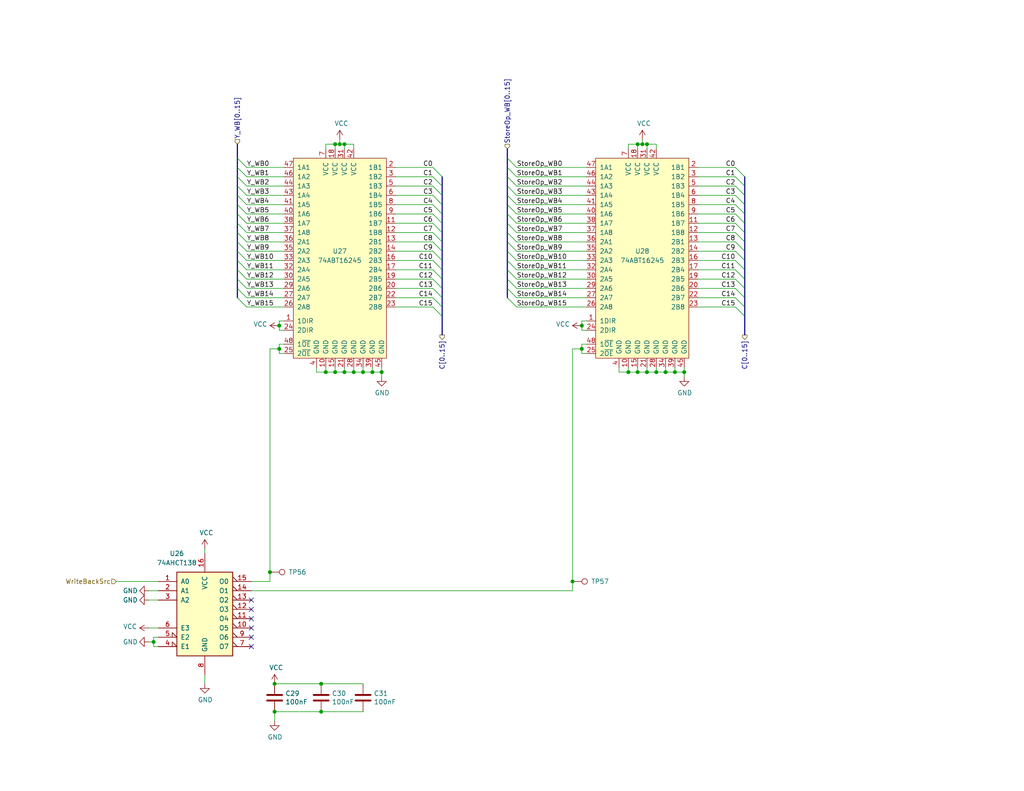
<source format=kicad_sch>
(kicad_sch (version 20230121) (generator eeschema)
  (paper "USLetter")
  (title_block (title "WB: Select Write Back Source") (date "2023-11-05") (rev "B") (comment 2 "or a byte swapped version of the latter.") (comment 3 "It can choose either the ALU result, the store operand / value loaded from peripherals,") (comment 4 "The write back stage can select one of several values to write back to the register file."))
  (lib_symbols
    (symbol "74xx (kicad5):74ABT16245_ab" (pin_names (offset 1.016))
      (property "Reference" "U" (at 0 1.27 0))
      (property "Value" "74ABT16245_ab" (at 0 -1.27 0))
      (symbol "74ABT16245_ab_0_1"
        (rectangle (start -12.7 26.67) (end 12.7 -27.94) (fill (type background)))
      )
      (symbol "74ABT16245_ab_1_1"
        (pin input line (at -15.24 -17.78 0) (length 2.54) (name "1DIR") (number "1"))
        (pin power_in line (at -3.81 -30.48 90) (length 2.54) (name "GND") (number "10"))
        (pin tri_state line (at 15.24 8.89 180) (length 2.54) (name "1B7") (number "11"))
        (pin tri_state line (at 15.24 6.35 180) (length 2.54) (name "1B8") (number "12"))
        (pin tri_state line (at 15.24 3.81 180) (length 2.54) (name "2B1") (number "13"))
        (pin tri_state line (at 15.24 1.27 180) (length 2.54) (name "2B2") (number "14"))
        (pin power_in line (at -1.27 -30.48 90) (length 2.54) (name "GND") (number "15"))
        (pin tri_state line (at 15.24 -1.27 180) (length 2.54) (name "2B3") (number "16"))
        (pin tri_state line (at 15.24 -3.81 180) (length 2.54) (name "2B4") (number "17"))
        (pin power_in line (at -1.27 29.21 270) (length 2.54) (name "VCC") (number "18"))
        (pin tri_state line (at 15.24 -6.35 180) (length 2.54) (name "2B5") (number "19"))
        (pin tri_state line (at 15.24 24.13 180) (length 2.54) (name "1B1") (number "2"))
        (pin tri_state line (at 15.24 -8.89 180) (length 2.54) (name "2B6") (number "20"))
        (pin power_in line (at 1.27 -30.48 90) (length 2.54) (name "GND") (number "21"))
        (pin tri_state line (at 15.24 -11.43 180) (length 2.54) (name "2B7") (number "22"))
        (pin tri_state line (at 15.24 -13.97 180) (length 2.54) (name "2B8") (number "23"))
        (pin input line (at -15.24 -20.32 0) (length 2.54) (name "2DIR") (number "24"))
        (pin input line (at -15.24 -26.67 0) (length 2.54) (name "2~{OE}") (number "25"))
        (pin input line (at -15.24 -13.97 0) (length 2.54) (name "2A8") (number "26"))
        (pin input line (at -15.24 -11.43 0) (length 2.54) (name "2A7") (number "27"))
        (pin power_in line (at 3.81 -30.48 90) (length 2.54) (name "GND") (number "28"))
        (pin input line (at -15.24 -8.89 0) (length 2.54) (name "2A6") (number "29"))
        (pin tri_state line (at 15.24 21.59 180) (length 2.54) (name "1B2") (number "3"))
        (pin input line (at -15.24 -6.35 0) (length 2.54) (name "2A5") (number "30"))
        (pin power_in line (at 1.27 29.21 270) (length 2.54) (name "VCC") (number "31"))
        (pin input line (at -15.24 -3.81 0) (length 2.54) (name "2A4") (number "32"))
        (pin input line (at -15.24 -1.27 0) (length 2.54) (name "2A3") (number "33"))
        (pin power_in line (at 6.35 -30.48 90) (length 2.54) (name "GND") (number "34"))
        (pin input line (at -15.24 1.27 0) (length 2.54) (name "2A2") (number "35"))
        (pin input line (at -15.24 3.81 0) (length 2.54) (name "2A1") (number "36"))
        (pin input line (at -15.24 6.35 0) (length 2.54) (name "1A8") (number "37"))
        (pin input line (at -15.24 8.89 0) (length 2.54) (name "1A7") (number "38"))
        (pin power_in line (at 8.89 -30.48 90) (length 2.54) (name "GND") (number "39"))
        (pin power_in line (at -6.35 -30.48 90) (length 2.54) (name "GND") (number "4"))
        (pin input line (at -15.24 11.43 0) (length 2.54) (name "1A6") (number "40"))
        (pin input line (at -15.24 13.97 0) (length 2.54) (name "1A5") (number "41"))
        (pin power_in line (at 3.81 29.21 270) (length 2.54) (name "VCC") (number "42"))
        (pin input line (at -15.24 16.51 0) (length 2.54) (name "1A4") (number "43"))
        (pin input line (at -15.24 19.05 0) (length 2.54) (name "1A3") (number "44"))
        (pin power_in line (at 11.43 -30.48 90) (length 2.54) (name "GND") (number "45"))
        (pin input line (at -15.24 21.59 0) (length 2.54) (name "1A2") (number "46"))
        (pin input line (at -15.24 24.13 0) (length 2.54) (name "1A1") (number "47"))
        (pin input line (at -15.24 -24.13 0) (length 2.54) (name "1~{OE}") (number "48"))
        (pin tri_state line (at 15.24 19.05 180) (length 2.54) (name "1B3") (number "5"))
        (pin tri_state line (at 15.24 16.51 180) (length 2.54) (name "1B4") (number "6"))
        (pin power_in line (at -3.81 29.21 270) (length 2.54) (name "VCC") (number "7"))
        (pin tri_state line (at 15.24 13.97 180) (length 2.54) (name "1B5") (number "8"))
        (pin tri_state line (at 15.24 11.43 180) (length 2.54) (name "1B6") (number "9"))
      )
    )
    (symbol "74xx:74LS138" (pin_names (offset 1.016))
      (property "Reference" "U" (at -7.62 11.43 0))
      (property "Value" "74LS138" (at -7.62 -13.97 0))
      (symbol "74LS138_1_0"
        (pin input line (at -12.7 7.62 0) (length 5.08) (name "A0") (number "1"))
        (pin output output_low (at 12.7 -5.08 180) (length 5.08) (name "O5") (number "10"))
        (pin output output_low (at 12.7 -2.54 180) (length 5.08) (name "O4") (number "11"))
        (pin output output_low (at 12.7 0 180) (length 5.08) (name "O3") (number "12"))
        (pin output output_low (at 12.7 2.54 180) (length 5.08) (name "O2") (number "13"))
        (pin output output_low (at 12.7 5.08 180) (length 5.08) (name "O1") (number "14"))
        (pin output output_low (at 12.7 7.62 180) (length 5.08) (name "O0") (number "15"))
        (pin power_in line (at 0 15.24 270) (length 5.08) (name "VCC") (number "16"))
        (pin input line (at -12.7 5.08 0) (length 5.08) (name "A1") (number "2"))
        (pin input line (at -12.7 2.54 0) (length 5.08) (name "A2") (number "3"))
        (pin input input_low (at -12.7 -10.16 0) (length 5.08) (name "E1") (number "4"))
        (pin input input_low (at -12.7 -7.62 0) (length 5.08) (name "E2") (number "5"))
        (pin input line (at -12.7 -5.08 0) (length 5.08) (name "E3") (number "6"))
        (pin output output_low (at 12.7 -10.16 180) (length 5.08) (name "O7") (number "7"))
        (pin power_in line (at 0 -17.78 90) (length 5.08) (name "GND") (number "8"))
        (pin output output_low (at 12.7 -7.62 180) (length 5.08) (name "O6") (number "9"))
      )
      (symbol "74LS138_1_1"
        (rectangle (start -7.62 10.16) (end 7.62 -12.7) (stroke (width 0.254)) (fill (type background)))
      )
    )
    (symbol "Connector:TestPoint" (pin_numbers hide) (pin_names (offset 0.762) hide)
      (property "Reference" "TP" (at 0 6.858 0))
      (property "Value" "TestPoint" (at 0 5.08 0))
      (symbol "TestPoint_0_1"
        (circle (center 0 3.302) (radius 0.762))
      )
      (symbol "TestPoint_1_1"
        (pin passive line (at 0 0 90) (length 2.54) (name "1") (number "1"))
      )
    )
    (symbol "Device:C" (pin_numbers hide) (pin_names (offset 0.254))
      (property "Reference" "C" (at 0.635 2.54 0))
      (property "Value" "C" (at 0.635 -2.54 0))
      (symbol "C_0_1"
        (polyline (pts (xy -2.032 -0.762) (xy 2.032 -0.762)) (stroke (width 0.508)))
        (polyline (pts (xy -2.032 0.762) (xy 2.032 0.762)) (stroke (width 0.508)))
      )
      (symbol "C_1_1"
        (pin passive line (at 0 3.81 270) (length 2.794) (name "~") (number "1"))
        (pin passive line (at 0 -3.81 90) (length 2.794) (name "~") (number "2"))
      )
    )
    (symbol "power:GND" (power) (pin_names (offset 0))
      (property "Value" "GND" (at 0 -3.81 0))
      (symbol "GND_0_1"
        (polyline (pts (xy 0 0) (xy 0 -1.27) (xy 1.27 -1.27) (xy 0 -2.54) (xy -1.27 -1.27) (xy 0 -1.27)))
      )
      (symbol "GND_1_1"
        (pin power_in line (at 0 0 270) (length 0) hide (name "GND") (number "1"))
      )
    )
    (symbol "power:VCC" (power) (pin_names (offset 0))
      (property "Value" "VCC" (at 0 3.81 0))
      (symbol "VCC_0_1"
        (polyline (pts (xy -0.762 1.27) (xy 0 2.54)))
        (polyline (pts (xy 0 0) (xy 0 2.54)))
        (polyline (pts (xy 0 2.54) (xy 0.762 1.27)))
      )
      (symbol "VCC_1_1"
        (pin power_in line (at 0 0 90) (length 0) hide (name "VCC") (number "1"))
      )
    )
  )
  (junction (at 74.93 186.69))
  (junction (at 186.69 101.6))
  (junction (at 171.45 101.6))
  (junction (at 74.93 194.31))
  (junction (at 176.53 39.37))
  (junction (at 96.52 101.6))
  (junction (at 87.63 194.31))
  (junction (at 181.61 101.6))
  (junction (at 158.75 95.25))
  (junction (at 104.14 101.6))
  (junction (at 93.98 39.37))
  (junction (at 156.21 158.75))
  (junction (at 92.71 39.37))
  (junction (at 73.66 156.21))
  (junction (at 76.2 95.25))
  (junction (at 93.98 101.6))
  (junction (at 88.9 101.6))
  (junction (at 101.6 101.6))
  (junction (at 184.15 101.6))
  (junction (at 91.44 39.37))
  (junction (at 41.91 175.26))
  (junction (at 91.44 101.6))
  (junction (at 87.63 186.69))
  (junction (at 179.07 101.6))
  (junction (at 173.99 101.6))
  (junction (at 76.2 88.9))
  (junction (at 176.53 101.6))
  (junction (at 175.26 39.37))
  (junction (at 99.06 101.6))
  (junction (at 173.99 39.37))
  (junction (at 158.75 88.9))
  (no_connect (at 68.58 166.37))
  (no_connect (at 68.58 176.53))
  (no_connect (at 68.58 171.45))
  (no_connect (at 68.58 168.91))
  (no_connect (at 68.58 163.83))
  (no_connect (at 68.58 173.99))
  (bus_entry (at 120.65 78.74) (size -2.54 -2.54))
  (bus_entry (at 203.2 50.8) (size -2.54 -2.54))
  (bus_entry (at 120.65 83.82) (size -2.54 -2.54))
  (bus_entry (at 140.97 78.74) (size -2.54 -2.54))
  (bus_entry (at 120.65 68.58) (size -2.54 -2.54))
  (bus_entry (at 140.97 55.88) (size -2.54 -2.54))
  (bus_entry (at 64.77 81.28) (size 2.54 2.54))
  (bus_entry (at 140.97 81.28) (size -2.54 -2.54))
  (bus_entry (at 140.97 63.5) (size -2.54 -2.54))
  (bus_entry (at 203.2 66.04) (size -2.54 -2.54))
  (bus_entry (at 203.2 48.26) (size -2.54 -2.54))
  (bus_entry (at 203.2 63.5) (size -2.54 -2.54))
  (bus_entry (at 203.2 73.66) (size -2.54 -2.54))
  (bus_entry (at 120.65 48.26) (size -2.54 -2.54))
  (bus_entry (at 140.97 58.42) (size -2.54 -2.54))
  (bus_entry (at 140.97 50.8) (size -2.54 -2.54))
  (bus_entry (at 64.77 73.66) (size 2.54 2.54))
  (bus_entry (at 120.65 73.66) (size -2.54 -2.54))
  (bus_entry (at 140.97 68.58) (size -2.54 -2.54))
  (bus_entry (at 140.97 45.72) (size -2.54 -2.54))
  (bus_entry (at 140.97 48.26) (size -2.54 -2.54))
  (bus_entry (at 140.97 60.96) (size -2.54 -2.54))
  (bus_entry (at 120.65 86.36) (size -2.54 -2.54))
  (bus_entry (at 140.97 73.66) (size -2.54 -2.54))
  (bus_entry (at 120.65 58.42) (size -2.54 -2.54))
  (bus_entry (at 64.77 63.5) (size 2.54 2.54))
  (bus_entry (at 64.77 76.2) (size 2.54 2.54))
  (bus_entry (at 140.97 76.2) (size -2.54 -2.54))
  (bus_entry (at 120.65 66.04) (size -2.54 -2.54))
  (bus_entry (at 203.2 81.28) (size -2.54 -2.54))
  (bus_entry (at 203.2 71.12) (size -2.54 -2.54))
  (bus_entry (at 64.77 45.72) (size 2.54 2.54))
  (bus_entry (at 203.2 68.58) (size -2.54 -2.54))
  (bus_entry (at 64.77 66.04) (size 2.54 2.54))
  (bus_entry (at 120.65 81.28) (size -2.54 -2.54))
  (bus_entry (at 203.2 78.74) (size -2.54 -2.54))
  (bus_entry (at 203.2 86.36) (size -2.54 -2.54))
  (bus_entry (at 120.65 76.2) (size -2.54 -2.54))
  (bus_entry (at 64.77 78.74) (size 2.54 2.54))
  (bus_entry (at 120.65 71.12) (size -2.54 -2.54))
  (bus_entry (at 203.2 58.42) (size -2.54 -2.54))
  (bus_entry (at 64.77 68.58) (size 2.54 2.54))
  (bus_entry (at 140.97 53.34) (size -2.54 -2.54))
  (bus_entry (at 203.2 60.96) (size -2.54 -2.54))
  (bus_entry (at 140.97 71.12) (size -2.54 -2.54))
  (bus_entry (at 140.97 66.04) (size -2.54 -2.54))
  (bus_entry (at 64.77 43.18) (size 2.54 2.54))
  (bus_entry (at 203.2 53.34) (size -2.54 -2.54))
  (bus_entry (at 64.77 60.96) (size 2.54 2.54))
  (bus_entry (at 120.65 53.34) (size -2.54 -2.54))
  (bus_entry (at 64.77 50.8) (size 2.54 2.54))
  (bus_entry (at 203.2 55.88) (size -2.54 -2.54))
  (bus_entry (at 203.2 76.2) (size -2.54 -2.54))
  (bus_entry (at 120.65 55.88) (size -2.54 -2.54))
  (bus_entry (at 64.77 71.12) (size 2.54 2.54))
  (bus_entry (at 120.65 50.8) (size -2.54 -2.54))
  (bus_entry (at 120.65 60.96) (size -2.54 -2.54))
  (bus_entry (at 64.77 55.88) (size 2.54 2.54))
  (bus_entry (at 120.65 63.5) (size -2.54 -2.54))
  (bus_entry (at 64.77 48.26) (size 2.54 2.54))
  (bus_entry (at 64.77 58.42) (size 2.54 2.54))
  (bus_entry (at 140.97 83.82) (size -2.54 -2.54))
  (bus_entry (at 203.2 83.82) (size -2.54 -2.54))
  (bus_entry (at 64.77 53.34) (size 2.54 2.54))
  (wire (pts (xy 76.2 95.25) (xy 73.66 95.25)))
  (wire (pts (xy 68.58 161.29) (xy 156.21 161.29)))
  (wire (pts (xy 140.97 48.26) (xy 160.02 48.26)))
  (wire (pts (xy 99.06 101.6) (xy 99.06 100.33)))
  (wire (pts (xy 140.97 53.34) (xy 160.02 53.34)))
  (bus (pts (xy 120.65 83.82) (xy 120.65 86.36)))
  (wire (pts (xy 140.97 73.66) (xy 160.02 73.66)))
  (bus (pts (xy 64.77 43.18) (xy 64.77 45.72)))
  (bus (pts (xy 64.77 63.5) (xy 64.77 66.04)))
  (bus (pts (xy 138.43 63.5) (xy 138.43 66.04)))
  (wire (pts (xy 91.44 101.6) (xy 93.98 101.6)))
  (wire (pts (xy 158.75 93.98) (xy 158.75 95.25)))
  (wire (pts (xy 41.91 175.26) (xy 41.91 176.53)))
  (bus (pts (xy 203.2 86.36) (xy 203.2 91.44)))
  (wire (pts (xy 171.45 39.37) (xy 173.99 39.37)))
  (wire (pts (xy 175.26 39.37) (xy 176.53 39.37)))
  (wire (pts (xy 118.11 60.96) (xy 107.95 60.96)))
  (wire (pts (xy 200.66 60.96) (xy 190.5 60.96)))
  (wire (pts (xy 200.66 66.04) (xy 190.5 66.04)))
  (wire (pts (xy 67.31 76.2) (xy 77.47 76.2)))
  (wire (pts (xy 200.66 68.58) (xy 190.5 68.58)))
  (bus (pts (xy 120.65 48.26) (xy 120.65 50.8)))
  (wire (pts (xy 67.31 81.28) (xy 77.47 81.28)))
  (wire (pts (xy 74.93 196.85) (xy 74.93 194.31)))
  (wire (pts (xy 101.6 101.6) (xy 104.14 101.6)))
  (wire (pts (xy 67.31 83.82) (xy 77.47 83.82)))
  (bus (pts (xy 203.2 53.34) (xy 203.2 55.88)))
  (wire (pts (xy 156.21 95.25) (xy 156.21 158.75)))
  (wire (pts (xy 160.02 93.98) (xy 158.75 93.98)))
  (bus (pts (xy 138.43 45.72) (xy 138.43 48.26)))
  (wire (pts (xy 118.11 58.42) (xy 107.95 58.42)))
  (wire (pts (xy 140.97 76.2) (xy 160.02 76.2)))
  (wire (pts (xy 200.66 45.72) (xy 190.5 45.72)))
  (wire (pts (xy 67.31 48.26) (xy 77.47 48.26)))
  (bus (pts (xy 138.43 78.74) (xy 138.43 81.28)))
  (bus (pts (xy 203.2 48.26) (xy 203.2 50.8)))
  (wire (pts (xy 55.88 149.86) (xy 55.88 151.13)))
  (wire (pts (xy 158.75 90.17) (xy 160.02 90.17)))
  (bus (pts (xy 64.77 50.8) (xy 64.77 53.34)))
  (wire (pts (xy 118.11 71.12) (xy 107.95 71.12)))
  (wire (pts (xy 99.06 101.6) (xy 101.6 101.6)))
  (wire (pts (xy 140.97 68.58) (xy 160.02 68.58)))
  (bus (pts (xy 64.77 78.74) (xy 64.77 81.28)))
  (wire (pts (xy 158.75 88.9) (xy 158.75 90.17)))
  (bus (pts (xy 203.2 78.74) (xy 203.2 81.28)))
  (wire (pts (xy 88.9 101.6) (xy 91.44 101.6)))
  (wire (pts (xy 67.31 66.04) (xy 77.47 66.04)))
  (wire (pts (xy 88.9 39.37) (xy 91.44 39.37)))
  (wire (pts (xy 41.91 173.99) (xy 41.91 175.26)))
  (wire (pts (xy 118.11 66.04) (xy 107.95 66.04)))
  (wire (pts (xy 101.6 101.6) (xy 101.6 100.33)))
  (wire (pts (xy 184.15 101.6) (xy 184.15 100.33)))
  (wire (pts (xy 67.31 73.66) (xy 77.47 73.66)))
  (wire (pts (xy 179.07 101.6) (xy 179.07 100.33)))
  (wire (pts (xy 158.75 95.25) (xy 156.21 95.25)))
  (bus (pts (xy 120.65 86.36) (xy 120.65 91.44)))
  (bus (pts (xy 138.43 66.04) (xy 138.43 68.58)))
  (wire (pts (xy 176.53 40.64) (xy 176.53 39.37)))
  (wire (pts (xy 91.44 39.37) (xy 92.71 39.37)))
  (bus (pts (xy 120.65 53.34) (xy 120.65 55.88)))
  (wire (pts (xy 74.93 186.69) (xy 87.63 186.69)))
  (wire (pts (xy 91.44 40.64) (xy 91.44 39.37)))
  (bus (pts (xy 203.2 60.96) (xy 203.2 63.5)))
  (wire (pts (xy 87.63 186.69) (xy 99.06 186.69)))
  (bus (pts (xy 64.77 66.04) (xy 64.77 68.58)))
  (wire (pts (xy 118.11 63.5) (xy 107.95 63.5)))
  (bus (pts (xy 203.2 68.58) (xy 203.2 71.12)))
  (wire (pts (xy 140.97 50.8) (xy 160.02 50.8)))
  (bus (pts (xy 120.65 81.28) (xy 120.65 83.82)))
  (wire (pts (xy 118.11 81.28) (xy 107.95 81.28)))
  (bus (pts (xy 203.2 55.88) (xy 203.2 58.42)))
  (bus (pts (xy 138.43 60.96) (xy 138.43 63.5)))
  (wire (pts (xy 173.99 40.64) (xy 173.99 39.37)))
  (wire (pts (xy 67.31 78.74) (xy 77.47 78.74)))
  (bus (pts (xy 120.65 73.66) (xy 120.65 76.2)))
  (bus (pts (xy 64.77 73.66) (xy 64.77 76.2)))
  (wire (pts (xy 179.07 39.37) (xy 179.07 40.64)))
  (wire (pts (xy 186.69 101.6) (xy 186.69 100.33)))
  (wire (pts (xy 67.31 63.5) (xy 77.47 63.5)))
  (wire (pts (xy 200.66 81.28) (xy 190.5 81.28)))
  (bus (pts (xy 203.2 81.28) (xy 203.2 83.82)))
  (wire (pts (xy 118.11 68.58) (xy 107.95 68.58)))
  (bus (pts (xy 138.43 53.34) (xy 138.43 55.88)))
  (wire (pts (xy 200.66 63.5) (xy 190.5 63.5)))
  (wire (pts (xy 200.66 48.26) (xy 190.5 48.26)))
  (wire (pts (xy 175.26 38.1) (xy 175.26 39.37)))
  (wire (pts (xy 67.31 50.8) (xy 77.47 50.8)))
  (bus (pts (xy 203.2 50.8) (xy 203.2 53.34)))
  (wire (pts (xy 200.66 53.34) (xy 190.5 53.34)))
  (wire (pts (xy 40.64 171.45) (xy 43.18 171.45)))
  (wire (pts (xy 73.66 156.21) (xy 73.66 158.75)))
  (wire (pts (xy 73.66 158.75) (xy 68.58 158.75)))
  (wire (pts (xy 140.97 71.12) (xy 160.02 71.12)))
  (wire (pts (xy 88.9 100.33) (xy 88.9 101.6)))
  (wire (pts (xy 181.61 101.6) (xy 181.61 100.33)))
  (bus (pts (xy 120.65 71.12) (xy 120.65 73.66)))
  (wire (pts (xy 40.64 161.29) (xy 43.18 161.29)))
  (wire (pts (xy 140.97 81.28) (xy 160.02 81.28)))
  (wire (pts (xy 140.97 60.96) (xy 160.02 60.96)))
  (wire (pts (xy 88.9 40.64) (xy 88.9 39.37)))
  (wire (pts (xy 41.91 176.53) (xy 43.18 176.53)))
  (wire (pts (xy 86.36 101.6) (xy 88.9 101.6)))
  (bus (pts (xy 120.65 55.88) (xy 120.65 58.42)))
  (wire (pts (xy 140.97 58.42) (xy 160.02 58.42)))
  (bus (pts (xy 138.43 43.18) (xy 138.43 45.72)))
  (bus (pts (xy 138.43 55.88) (xy 138.43 58.42)))
  (wire (pts (xy 118.11 50.8) (xy 107.95 50.8)))
  (bus (pts (xy 203.2 71.12) (xy 203.2 73.66)))
  (wire (pts (xy 76.2 90.17) (xy 77.47 90.17)))
  (wire (pts (xy 76.2 96.52) (xy 77.47 96.52)))
  (wire (pts (xy 77.47 87.63) (xy 76.2 87.63)))
  (wire (pts (xy 93.98 40.64) (xy 93.98 39.37)))
  (wire (pts (xy 171.45 100.33) (xy 171.45 101.6)))
  (wire (pts (xy 87.63 194.31) (xy 99.06 194.31)))
  (wire (pts (xy 156.21 158.75) (xy 156.21 161.29)))
  (wire (pts (xy 118.11 83.82) (xy 107.95 83.82)))
  (wire (pts (xy 118.11 55.88) (xy 107.95 55.88)))
  (wire (pts (xy 92.71 39.37) (xy 93.98 39.37)))
  (wire (pts (xy 43.18 173.99) (xy 41.91 173.99)))
  (wire (pts (xy 173.99 101.6) (xy 176.53 101.6)))
  (bus (pts (xy 120.65 63.5) (xy 120.65 66.04)))
  (bus (pts (xy 64.77 76.2) (xy 64.77 78.74)))
  (wire (pts (xy 73.66 95.25) (xy 73.66 156.21)))
  (wire (pts (xy 171.45 101.6) (xy 173.99 101.6)))
  (bus (pts (xy 203.2 76.2) (xy 203.2 78.74)))
  (bus (pts (xy 138.43 68.58) (xy 138.43 71.12)))
  (wire (pts (xy 200.66 55.88) (xy 190.5 55.88)))
  (wire (pts (xy 200.66 78.74) (xy 190.5 78.74)))
  (bus (pts (xy 203.2 58.42) (xy 203.2 60.96)))
  (wire (pts (xy 168.91 101.6) (xy 171.45 101.6)))
  (wire (pts (xy 140.97 83.82) (xy 160.02 83.82)))
  (wire (pts (xy 160.02 87.63) (xy 158.75 87.63)))
  (bus (pts (xy 120.65 78.74) (xy 120.65 81.28)))
  (wire (pts (xy 76.2 87.63) (xy 76.2 88.9)))
  (wire (pts (xy 92.71 38.1) (xy 92.71 39.37)))
  (bus (pts (xy 120.65 50.8) (xy 120.65 53.34)))
  (wire (pts (xy 76.2 95.25) (xy 76.2 96.52)))
  (bus (pts (xy 138.43 71.12) (xy 138.43 73.66)))
  (wire (pts (xy 86.36 100.33) (xy 86.36 101.6)))
  (wire (pts (xy 77.47 93.98) (xy 76.2 93.98)))
  (wire (pts (xy 200.66 83.82) (xy 190.5 83.82)))
  (wire (pts (xy 200.66 73.66) (xy 190.5 73.66)))
  (wire (pts (xy 76.2 93.98) (xy 76.2 95.25)))
  (bus (pts (xy 203.2 63.5) (xy 203.2 66.04)))
  (wire (pts (xy 140.97 45.72) (xy 160.02 45.72)))
  (bus (pts (xy 138.43 73.66) (xy 138.43 76.2)))
  (wire (pts (xy 168.91 100.33) (xy 168.91 101.6)))
  (bus (pts (xy 203.2 83.82) (xy 203.2 86.36)))
  (wire (pts (xy 91.44 100.33) (xy 91.44 101.6)))
  (wire (pts (xy 40.64 163.83) (xy 43.18 163.83)))
  (wire (pts (xy 93.98 101.6) (xy 93.98 100.33)))
  (wire (pts (xy 118.11 53.34) (xy 107.95 53.34)))
  (bus (pts (xy 138.43 76.2) (xy 138.43 78.74)))
  (wire (pts (xy 181.61 101.6) (xy 179.07 101.6)))
  (bus (pts (xy 138.43 40.64) (xy 138.43 43.18)))
  (wire (pts (xy 200.66 76.2) (xy 190.5 76.2)))
  (wire (pts (xy 96.52 101.6) (xy 96.52 100.33)))
  (wire (pts (xy 200.66 58.42) (xy 190.5 58.42)))
  (bus (pts (xy 138.43 48.26) (xy 138.43 50.8)))
  (bus (pts (xy 120.65 60.96) (xy 120.65 63.5)))
  (bus (pts (xy 64.77 60.96) (xy 64.77 63.5)))
  (bus (pts (xy 64.77 53.34) (xy 64.77 55.88)))
  (wire (pts (xy 118.11 45.72) (xy 107.95 45.72)))
  (bus (pts (xy 138.43 50.8) (xy 138.43 53.34)))
  (wire (pts (xy 200.66 71.12) (xy 190.5 71.12)))
  (bus (pts (xy 64.77 39.37) (xy 64.77 43.18)))
  (bus (pts (xy 64.77 55.88) (xy 64.77 58.42)))
  (wire (pts (xy 118.11 76.2) (xy 107.95 76.2)))
  (wire (pts (xy 77.47 45.72) (xy 67.31 45.72)))
  (wire (pts (xy 176.53 39.37) (xy 179.07 39.37)))
  (wire (pts (xy 67.31 55.88) (xy 77.47 55.88)))
  (wire (pts (xy 184.15 101.6) (xy 186.69 101.6)))
  (wire (pts (xy 179.07 101.6) (xy 176.53 101.6)))
  (wire (pts (xy 158.75 95.25) (xy 158.75 96.52)))
  (wire (pts (xy 104.14 101.6) (xy 104.14 100.33)))
  (wire (pts (xy 74.93 194.31) (xy 87.63 194.31)))
  (wire (pts (xy 104.14 102.87) (xy 104.14 101.6)))
  (bus (pts (xy 203.2 73.66) (xy 203.2 76.2)))
  (wire (pts (xy 67.31 60.96) (xy 77.47 60.96)))
  (wire (pts (xy 186.69 102.87) (xy 186.69 101.6)))
  (wire (pts (xy 140.97 55.88) (xy 160.02 55.88)))
  (wire (pts (xy 176.53 101.6) (xy 176.53 100.33)))
  (wire (pts (xy 140.97 78.74) (xy 160.02 78.74)))
  (wire (pts (xy 67.31 71.12) (xy 77.47 71.12)))
  (wire (pts (xy 181.61 101.6) (xy 184.15 101.6)))
  (bus (pts (xy 64.77 48.26) (xy 64.77 50.8)))
  (bus (pts (xy 120.65 66.04) (xy 120.65 68.58)))
  (wire (pts (xy 67.31 53.34) (xy 77.47 53.34)))
  (wire (pts (xy 67.31 58.42) (xy 77.47 58.42)))
  (bus (pts (xy 138.43 58.42) (xy 138.43 60.96)))
  (wire (pts (xy 158.75 87.63) (xy 158.75 88.9)))
  (wire (pts (xy 99.06 101.6) (xy 96.52 101.6)))
  (wire (pts (xy 76.2 88.9) (xy 76.2 90.17)))
  (bus (pts (xy 120.65 58.42) (xy 120.65 60.96)))
  (bus (pts (xy 64.77 71.12) (xy 64.77 73.66)))
  (wire (pts (xy 118.11 78.74) (xy 107.95 78.74)))
  (wire (pts (xy 118.11 73.66) (xy 107.95 73.66)))
  (wire (pts (xy 118.11 48.26) (xy 107.95 48.26)))
  (bus (pts (xy 64.77 45.72) (xy 64.77 48.26)))
  (wire (pts (xy 93.98 39.37) (xy 96.52 39.37)))
  (wire (pts (xy 173.99 100.33) (xy 173.99 101.6)))
  (wire (pts (xy 31.75 158.75) (xy 43.18 158.75)))
  (wire (pts (xy 40.64 175.26) (xy 41.91 175.26)))
  (bus (pts (xy 64.77 58.42) (xy 64.77 60.96)))
  (wire (pts (xy 158.75 96.52) (xy 160.02 96.52)))
  (wire (pts (xy 55.88 184.15) (xy 55.88 186.69)))
  (wire (pts (xy 96.52 39.37) (xy 96.52 40.64)))
  (wire (pts (xy 173.99 39.37) (xy 175.26 39.37)))
  (wire (pts (xy 200.66 50.8) (xy 190.5 50.8)))
  (wire (pts (xy 67.31 68.58) (xy 77.47 68.58)))
  (wire (pts (xy 140.97 66.04) (xy 160.02 66.04)))
  (wire (pts (xy 96.52 101.6) (xy 93.98 101.6)))
  (bus (pts (xy 120.65 68.58) (xy 120.65 71.12)))
  (bus (pts (xy 120.65 76.2) (xy 120.65 78.74)))
  (bus (pts (xy 203.2 66.04) (xy 203.2 68.58)))
  (bus (pts (xy 64.77 68.58) (xy 64.77 71.12)))
  (wire (pts (xy 171.45 40.64) (xy 171.45 39.37)))
  (wire (pts (xy 140.97 63.5) (xy 160.02 63.5)))
  (label "Y_WB15" (at 67.31 83.82 0))
  (label "C4" (at 118.11 55.88 180))
  (label "StoreOp_WB11" (at 140.97 73.66 0))
  (label "Y_WB5" (at 67.31 58.42 0))
  (label "Y_WB9" (at 67.31 68.58 0))
  (label "C2" (at 200.66 50.8 180))
  (label "StoreOp_WB12" (at 140.97 76.2 0))
  (label "Y_WB1" (at 67.31 48.26 0))
  (label "Y_WB11" (at 67.31 73.66 0))
  (label "Y_WB3" (at 67.31 53.34 0))
  (label "StoreOp_WB9" (at 140.97 68.58 0))
  (label "C6" (at 118.11 60.96 180))
  (label "Y_WB12" (at 67.31 76.2 0))
  (label "C13" (at 200.66 78.74 180))
  (label "Y_WB2" (at 67.31 50.8 0))
  (label "C4" (at 200.66 55.88 180))
  (label "C1" (at 200.66 48.26 180))
  (label "C1" (at 118.11 48.26 180))
  (label "Y_WB7" (at 67.31 63.5 0))
  (label "C10" (at 118.11 71.12 180))
  (label "Y_WB8" (at 67.31 66.04 0))
  (label "Y_WB4" (at 67.31 55.88 0))
  (label "StoreOp_WB10" (at 140.97 71.12 0))
  (label "C0" (at 200.66 45.72 180))
  (label "StoreOp_WB5" (at 140.97 58.42 0))
  (label "Y_WB0" (at 67.31 45.72 0))
  (label "StoreOp_WB15" (at 140.97 83.82 0))
  (label "StoreOp_WB8" (at 140.97 66.04 0))
  (label "StoreOp_WB4" (at 140.97 55.88 0))
  (label "StoreOp_WB1" (at 140.97 48.26 0))
  (label "C9" (at 200.66 68.58 180))
  (label "C8" (at 200.66 66.04 180))
  (label "StoreOp_WB6" (at 140.97 60.96 0))
  (label "StoreOp_WB0" (at 140.97 45.72 0))
  (label "Y_WB6" (at 67.31 60.96 0))
  (label "C12" (at 200.66 76.2 180))
  (label "StoreOp_WB13" (at 140.97 78.74 0))
  (label "C11" (at 118.11 73.66 180))
  (label "StoreOp_WB14" (at 140.97 81.28 0))
  (label "C6" (at 200.66 60.96 180))
  (label "C10" (at 200.66 71.12 180))
  (label "Y_WB14" (at 67.31 81.28 0))
  (label "C7" (at 118.11 63.5 180))
  (label "StoreOp_WB2" (at 140.97 50.8 0))
  (label "C14" (at 118.11 81.28 180))
  (label "C15" (at 118.11 83.82 180))
  (label "C3" (at 118.11 53.34 180))
  (label "C5" (at 200.66 58.42 180))
  (label "C8" (at 118.11 66.04 180))
  (label "C2" (at 118.11 50.8 180))
  (label "C12" (at 118.11 76.2 180))
  (label "C15" (at 200.66 83.82 180))
  (label "StoreOp_WB7" (at 140.97 63.5 0))
  (label "C0" (at 118.11 45.72 180))
  (label "C13" (at 118.11 78.74 180))
  (label "C14" (at 200.66 81.28 180))
  (label "C9" (at 118.11 68.58 180))
  (label "Y_WB10" (at 67.31 71.12 0))
  (label "C5" (at 118.11 58.42 180))
  (label "C11" (at 200.66 73.66 180))
  (label "Y_WB13" (at 67.31 78.74 0))
  (label "C3" (at 200.66 53.34 180))
  (label "C7" (at 200.66 63.5 180))
  (label "StoreOp_WB3" (at 140.97 53.34 0))
  (hierarchical_label "Y_WB[0..15]" (shape input) (at 64.77 39.37 90))
  (hierarchical_label "StoreOp_WB[0..15]" (shape input) (at 138.43 40.64 90))
  (hierarchical_label "C[0..15]" (shape output) (at 120.65 91.44 270))
  (hierarchical_label "WriteBackSrc" (shape input) (at 31.75 158.75 180))
  (hierarchical_label "C[0..15]" (shape output) (at 203.2 91.44 270))
  (symbol (lib_id "power:VCC") (at 76.2 88.9 90) (unit 1)
    (property "Reference" "#PWR0172" (effects hide))
    (property "Value" "VCC" (at 72.9742 88.519 90) (effects (justify left)))
  )
  (symbol (lib_id "power:GND") (at 40.64 161.29 270) (unit 1)
    (property "Reference" "#PWR0164" (effects hide))
    (property "Value" "GND" (at 35.56 161.29 90))
  )
  (symbol (lib_id "Device:C") (at 74.93 190.5 0) (unit 1)
    (property "Reference" "C29" (at 77.851 189.3316 0) (effects (justify left)))
    (property "Value" "100nF" (at 77.851 191.643 0) (effects (justify left)))
    (property "Footprint" "Capacitor_SMD:C_0603_1608Metric_Pad1.08x0.95mm_HandSolder" (effects hide))
    (property "Mouser" "https://www.mouser.com/ProductDetail/963-EMK107B7104KAHT" (effects hide))
  )
  (symbol (lib_id "Device:C") (at 87.63 190.5 0) (unit 1)
    (property "Reference" "C30" (at 90.551 189.3316 0) (effects (justify left)))
    (property "Value" "100nF" (at 90.551 191.643 0) (effects (justify left)))
    (property "Footprint" "Capacitor_SMD:C_0603_1608Metric_Pad1.08x0.95mm_HandSolder" (effects hide))
    (property "Mouser" "https://www.mouser.com/ProductDetail/963-EMK107B7104KAHT" (effects hide))
  )
  (symbol (lib_id "power:VCC") (at 74.93 186.69 0) (unit 1)
    (property "Reference" "#PWR0170" (effects hide))
    (property "Value" "VCC" (at 75.3618 182.2958 0))
  )
  (symbol (lib_id "power:GND") (at 74.93 196.85 0) (unit 1)
    (property "Reference" "#PWR0171" (effects hide))
    (property "Value" "GND" (at 75.057 201.2442 0))
  )
  (symbol (lib_id "Device:C") (at 99.06 190.5 0) (unit 1)
    (property "Reference" "C31" (at 101.981 189.3316 0) (effects (justify left)))
    (property "Value" "100nF" (at 101.981 191.643 0) (effects (justify left)))
    (property "Footprint" "Capacitor_SMD:C_0603_1608Metric_Pad1.08x0.95mm_HandSolder" (effects hide))
    (property "Mouser" "https://www.mouser.com/ProductDetail/963-EMK107B7104KAHT" (effects hide))
  )
  (symbol (lib_id "power:GND") (at 55.88 186.69 0) (unit 1)
    (property "Reference" "#PWR0169" (effects hide))
    (property "Value" "GND" (at 56.007 191.0842 0))
  )
  (symbol (lib_id "power:VCC") (at 55.88 149.86 0) (unit 1)
    (property "Reference" "#PWR0168" (effects hide))
    (property "Value" "VCC" (at 56.3118 145.4658 0))
  )
  (symbol (lib_id "power:GND") (at 40.64 163.83 270) (unit 1)
    (property "Reference" "#PWR0165" (effects hide))
    (property "Value" "GND" (at 35.56 163.83 90))
  )
  (symbol (lib_id "power:GND") (at 40.64 175.26 270) (unit 1)
    (property "Reference" "#PWR0167" (effects hide))
    (property "Value" "GND" (at 35.56 175.26 90))
  )
  (symbol (lib_id "power:VCC") (at 40.64 171.45 90) (unit 1)
    (property "Reference" "#PWR0166" (effects hide))
    (property "Value" "VCC" (at 37.4142 171.069 90) (effects (justify left)))
  )
  (symbol (lib_id "power:GND") (at 104.14 102.87 0) (unit 1)
    (property "Reference" "#PWR0174" (effects hide))
    (property "Value" "GND" (at 104.267 107.2642 0))
  )
  (symbol (lib_id "power:VCC") (at 92.71 38.1 0) (unit 1)
    (property "Reference" "#PWR0173" (effects hide))
    (property "Value" "VCC" (at 93.1418 33.7058 0))
  )
  (symbol (lib_id "74xx (kicad5):74ABT16245_ab") (at 92.71 69.85 0) (unit 1)
    (property "Reference" "U27" (at 92.71 68.58 0))
    (property "Value" "74ABT16245" (at 92.71 71.12 0))
    (property "Footprint" "Package_SO:TSSOP-48_6.1x12.5mm_P0.5mm" (effects hide))
    (property "Datasheet" "https://www.mouser.com/datasheet/2/916/74ABT16245B-1318411.pdf" (effects hide))
    (property "Mouser" "https://www.mouser.com/ProductDetail/Nexperia/74ABT16245BDGG112?qs=odJ8N4Y39o5zEd7Jr9Vumg%3D%3D" (effects hide))
  )
  (symbol (lib_id "power:VCC") (at 158.75 88.9 90) (unit 1)
    (property "Reference" "#PWR0175" (effects hide))
    (property "Value" "VCC" (at 155.5242 88.519 90) (effects (justify left)))
  )
  (symbol (lib_id "power:GND") (at 186.69 102.87 0) (unit 1)
    (property "Reference" "#PWR0177" (effects hide))
    (property "Value" "GND" (at 186.817 107.2642 0))
  )
  (symbol (lib_id "power:VCC") (at 175.26 38.1 0) (unit 1)
    (property "Reference" "#PWR0176" (effects hide))
    (property "Value" "VCC" (at 175.6918 33.7058 0))
  )
  (symbol (lib_id "74xx (kicad5):74ABT16245_ab") (at 175.26 69.85 0) (unit 1)
    (property "Reference" "U28" (at 175.26 68.58 0))
    (property "Value" "74ABT16245" (at 175.26 71.12 0))
    (property "Footprint" "Package_SO:TSSOP-48_6.1x12.5mm_P0.5mm" (effects hide))
    (property "Datasheet" "https://www.mouser.com/datasheet/2/916/74ABT16245B-1318411.pdf" (effects hide))
    (property "Mouser" "https://www.mouser.com/ProductDetail/Nexperia/74ABT16245BDGG112?qs=odJ8N4Y39o5zEd7Jr9Vumg%3D%3D" (effects hide))
  )
  (symbol (lib_id "74xx:74LS138") (at 55.88 166.37 0) (unit 1)
    (property "Reference" "U26" (at 48.26 151.13 0))
    (property "Value" "74AHCT138" (at 48.26 153.67 0))
    (property "Footprint" "Package_SO:TSSOP-16_4.4x5mm_P0.65mm" (effects hide))
    (property "Datasheet" "http://www.ti.com/lit/gpn/sn74LS138" (effects hide))
    (property "Mouser" "https://www.mouser.com/ProductDetail/Texas-Instruments/SN74AHCT138PWR?qs=X1HXWTtiZ0Qe%252BapR8HivMQ%3D%3D" (effects hide))
  )
  (symbol (lib_id "Connector:TestPoint") (at 73.66 156.21 270) (unit 1)
    (property "Reference" "TP56" (at 78.74 156.21 90) (effects (justify left)))
    (property "Value" "TP" (effects hide))
    (property "Footprint" "TestPoint:TestPoint_Pad_D1.0mm" (effects hide))
  )
  (symbol (lib_id "Connector:TestPoint") (at 156.21 158.75 270) (unit 1)
    (property "Reference" "TP57" (at 161.29 158.75 90) (effects (justify left)))
    (property "Value" "TP" (effects hide))
    (property "Footprint" "TestPoint:TestPoint_Pad_D1.0mm" (effects hide))
  )
)
</source>
